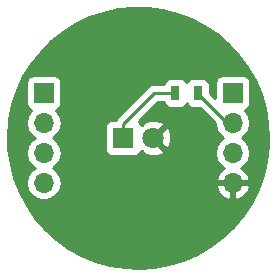
<source format=gbr>
G04 #@! TF.GenerationSoftware,KiCad,Pcbnew,(5.0.0)*
G04 #@! TF.CreationDate,2019-05-30T11:45:59+02:00*
G04 #@! TF.ProjectId,LED,4C45442E6B696361645F706362000000,rev?*
G04 #@! TF.SameCoordinates,Original*
G04 #@! TF.FileFunction,Copper,L1,Top,Signal*
G04 #@! TF.FilePolarity,Positive*
%FSLAX46Y46*%
G04 Gerber Fmt 4.6, Leading zero omitted, Abs format (unit mm)*
G04 Created by KiCad (PCBNEW (5.0.0)) date 05/30/19 11:45:59*
%MOMM*%
%LPD*%
G01*
G04 APERTURE LIST*
G04 #@! TA.AperFunction,SMDPad,CuDef*
%ADD10R,0.700000X1.300000*%
G04 #@! TD*
G04 #@! TA.AperFunction,ComponentPad*
%ADD11O,1.700000X1.700000*%
G04 #@! TD*
G04 #@! TA.AperFunction,ComponentPad*
%ADD12R,1.700000X1.700000*%
G04 #@! TD*
G04 #@! TA.AperFunction,ComponentPad*
%ADD13R,1.800000X1.800000*%
G04 #@! TD*
G04 #@! TA.AperFunction,ComponentPad*
%ADD14C,1.800000*%
G04 #@! TD*
G04 #@! TA.AperFunction,Conductor*
%ADD15C,0.250000*%
G04 #@! TD*
G04 #@! TA.AperFunction,Conductor*
%ADD16C,0.254000*%
G04 #@! TD*
G04 APERTURE END LIST*
D10*
G04 #@! TO.P,R1,1*
G04 #@! TO.N,Net-(D1-Pad1)*
X153150000Y-91200000D03*
G04 #@! TO.P,R1,2*
G04 #@! TO.N,/G*
X155050000Y-91200000D03*
G04 #@! TD*
D11*
G04 #@! TO.P,J1,4*
G04 #@! TO.N,N/C*
X142000000Y-98810000D03*
G04 #@! TO.P,J1,3*
X142000000Y-96270000D03*
G04 #@! TO.P,J1,2*
X142000000Y-93730000D03*
D12*
G04 #@! TO.P,J1,1*
X142000000Y-91190000D03*
G04 #@! TD*
G04 #@! TO.P,J2,1*
G04 #@! TO.N,N/C*
X158000000Y-91190000D03*
D11*
G04 #@! TO.P,J2,2*
G04 #@! TO.N,/G*
X158000000Y-93730000D03*
G04 #@! TO.P,J2,3*
G04 #@! TO.N,N/C*
X158000000Y-96270000D03*
G04 #@! TO.P,J2,4*
G04 #@! TO.N,+5V*
X158000000Y-98810000D03*
G04 #@! TD*
D13*
G04 #@! TO.P,D1,1*
G04 #@! TO.N,Net-(D1-Pad1)*
X148730000Y-95000000D03*
D14*
G04 #@! TO.P,D1,2*
G04 #@! TO.N,+5V*
X151270000Y-95000000D03*
G04 #@! TD*
D15*
G04 #@! TO.N,+5V*
X150635000Y-95085000D02*
X150635000Y-95000000D01*
X151905000Y-95000000D02*
X151905000Y-94875000D01*
G04 #@! TO.N,*
X157990000Y-91200000D02*
X158000000Y-91190000D01*
G04 #@! TO.N,Net-(D1-Pad1)*
X148730000Y-93850000D02*
X148730000Y-95000000D01*
X151380000Y-91200000D02*
X148730000Y-93850000D01*
X153150000Y-91200000D02*
X151380000Y-91200000D01*
G04 #@! TO.N,+5V*
X155080000Y-98810000D02*
X158000000Y-98810000D01*
X151270000Y-95000000D02*
X155080000Y-98810000D01*
G04 #@! TO.N,/G*
X155050000Y-91250000D02*
X155050000Y-91200000D01*
X158000000Y-93730000D02*
X157530000Y-93730000D01*
X157530000Y-93730000D02*
X155050000Y-91250000D01*
G04 #@! TD*
D16*
G04 #@! TO.N,+5V*
G36*
X150806719Y-84014581D02*
X152064005Y-84180106D01*
X153293934Y-84489043D01*
X154480204Y-84937297D01*
X155607091Y-85518927D01*
X156659659Y-86226223D01*
X157623957Y-87049811D01*
X158487203Y-87978775D01*
X159237956Y-89000801D01*
X159866265Y-90102344D01*
X160363802Y-91268802D01*
X160723972Y-92484715D01*
X160942001Y-93733967D01*
X161015000Y-95000000D01*
X160993264Y-95691638D01*
X160840915Y-96950588D01*
X160544874Y-98183685D01*
X160109067Y-99374584D01*
X159539270Y-100507500D01*
X158843034Y-101567417D01*
X158029589Y-102540286D01*
X157109716Y-103413213D01*
X156095608Y-104174627D01*
X155000705Y-104814437D01*
X153839521Y-105324161D01*
X152627446Y-105697044D01*
X151380546Y-105928143D01*
X150115347Y-106014396D01*
X148848619Y-105954659D01*
X147597152Y-105749723D01*
X146377534Y-105402306D01*
X145205929Y-104917011D01*
X144097868Y-104300272D01*
X143068036Y-103560263D01*
X142130083Y-102706792D01*
X141296443Y-101751171D01*
X140578163Y-100706068D01*
X139984764Y-99585333D01*
X139524112Y-98403822D01*
X139202313Y-97177196D01*
X139023631Y-95921711D01*
X138990435Y-94654010D01*
X139072900Y-93730000D01*
X140485908Y-93730000D01*
X140601161Y-94309418D01*
X140929375Y-94800625D01*
X141227761Y-95000000D01*
X140929375Y-95199375D01*
X140601161Y-95690582D01*
X140485908Y-96270000D01*
X140601161Y-96849418D01*
X140929375Y-97340625D01*
X141227761Y-97540000D01*
X140929375Y-97739375D01*
X140601161Y-98230582D01*
X140485908Y-98810000D01*
X140601161Y-99389418D01*
X140929375Y-99880625D01*
X141420582Y-100208839D01*
X141853744Y-100295000D01*
X142146256Y-100295000D01*
X142579418Y-100208839D01*
X143070625Y-99880625D01*
X143398839Y-99389418D01*
X143443102Y-99166890D01*
X156558524Y-99166890D01*
X156728355Y-99576924D01*
X157118642Y-100005183D01*
X157643108Y-100251486D01*
X157873000Y-100130819D01*
X157873000Y-98937000D01*
X158127000Y-98937000D01*
X158127000Y-100130819D01*
X158356892Y-100251486D01*
X158881358Y-100005183D01*
X159271645Y-99576924D01*
X159441476Y-99166890D01*
X159320155Y-98937000D01*
X158127000Y-98937000D01*
X157873000Y-98937000D01*
X156679845Y-98937000D01*
X156558524Y-99166890D01*
X143443102Y-99166890D01*
X143514092Y-98810000D01*
X143398839Y-98230582D01*
X143070625Y-97739375D01*
X142772239Y-97540000D01*
X143070625Y-97340625D01*
X143398839Y-96849418D01*
X143514092Y-96270000D01*
X143398839Y-95690582D01*
X143070625Y-95199375D01*
X142772239Y-95000000D01*
X143070625Y-94800625D01*
X143398839Y-94309418D01*
X143440494Y-94100000D01*
X147182560Y-94100000D01*
X147182560Y-95900000D01*
X147231843Y-96147765D01*
X147372191Y-96357809D01*
X147582235Y-96498157D01*
X147830000Y-96547440D01*
X149630000Y-96547440D01*
X149877765Y-96498157D01*
X150087809Y-96357809D01*
X150220058Y-96159886D01*
X150254890Y-96194718D01*
X150369447Y-96080161D01*
X150455852Y-96336643D01*
X151029336Y-96546458D01*
X151639460Y-96520839D01*
X152084148Y-96336643D01*
X152170554Y-96080159D01*
X151270000Y-95179605D01*
X151255858Y-95193748D01*
X151076253Y-95014143D01*
X151090395Y-95000000D01*
X151449605Y-95000000D01*
X152350159Y-95900554D01*
X152606643Y-95814148D01*
X152816458Y-95240664D01*
X152790839Y-94630540D01*
X152606643Y-94185852D01*
X152350159Y-94099446D01*
X151449605Y-95000000D01*
X151090395Y-95000000D01*
X151076253Y-94985858D01*
X151255858Y-94806253D01*
X151270000Y-94820395D01*
X152170554Y-93919841D01*
X152084148Y-93663357D01*
X151510664Y-93453542D01*
X150900540Y-93479161D01*
X150455852Y-93663357D01*
X150369447Y-93919839D01*
X150254890Y-93805282D01*
X150220058Y-93840114D01*
X150087809Y-93642191D01*
X150042731Y-93612070D01*
X151694802Y-91960000D01*
X152174440Y-91960000D01*
X152201843Y-92097765D01*
X152342191Y-92307809D01*
X152552235Y-92448157D01*
X152800000Y-92497440D01*
X153500000Y-92497440D01*
X153747765Y-92448157D01*
X153957809Y-92307809D01*
X154098157Y-92097765D01*
X154100000Y-92088500D01*
X154101843Y-92097765D01*
X154242191Y-92307809D01*
X154452235Y-92448157D01*
X154700000Y-92497440D01*
X155222639Y-92497440D01*
X156493533Y-93768335D01*
X156601161Y-94309418D01*
X156929375Y-94800625D01*
X157227761Y-95000000D01*
X156929375Y-95199375D01*
X156601161Y-95690582D01*
X156485908Y-96270000D01*
X156601161Y-96849418D01*
X156929375Y-97340625D01*
X157248478Y-97553843D01*
X157118642Y-97614817D01*
X156728355Y-98043076D01*
X156558524Y-98453110D01*
X156679845Y-98683000D01*
X157873000Y-98683000D01*
X157873000Y-98663000D01*
X158127000Y-98663000D01*
X158127000Y-98683000D01*
X159320155Y-98683000D01*
X159441476Y-98453110D01*
X159271645Y-98043076D01*
X158881358Y-97614817D01*
X158751522Y-97553843D01*
X159070625Y-97340625D01*
X159398839Y-96849418D01*
X159514092Y-96270000D01*
X159398839Y-95690582D01*
X159070625Y-95199375D01*
X158772239Y-95000000D01*
X159070625Y-94800625D01*
X159398839Y-94309418D01*
X159514092Y-93730000D01*
X159398839Y-93150582D01*
X159070625Y-92659375D01*
X159052381Y-92647184D01*
X159097765Y-92638157D01*
X159307809Y-92497809D01*
X159448157Y-92287765D01*
X159497440Y-92040000D01*
X159497440Y-90340000D01*
X159448157Y-90092235D01*
X159307809Y-89882191D01*
X159097765Y-89741843D01*
X158850000Y-89692560D01*
X157150000Y-89692560D01*
X156902235Y-89741843D01*
X156692191Y-89882191D01*
X156551843Y-90092235D01*
X156502560Y-90340000D01*
X156502560Y-91627759D01*
X156047440Y-91172639D01*
X156047440Y-90550000D01*
X155998157Y-90302235D01*
X155857809Y-90092191D01*
X155647765Y-89951843D01*
X155400000Y-89902560D01*
X154700000Y-89902560D01*
X154452235Y-89951843D01*
X154242191Y-90092191D01*
X154101843Y-90302235D01*
X154100000Y-90311500D01*
X154098157Y-90302235D01*
X153957809Y-90092191D01*
X153747765Y-89951843D01*
X153500000Y-89902560D01*
X152800000Y-89902560D01*
X152552235Y-89951843D01*
X152342191Y-90092191D01*
X152201843Y-90302235D01*
X152174440Y-90440000D01*
X151454847Y-90440000D01*
X151380000Y-90425112D01*
X151305153Y-90440000D01*
X151305148Y-90440000D01*
X151083463Y-90484096D01*
X150832071Y-90652071D01*
X150789671Y-90715527D01*
X148245530Y-93259669D01*
X148182071Y-93302071D01*
X148081518Y-93452560D01*
X147830000Y-93452560D01*
X147582235Y-93501843D01*
X147372191Y-93642191D01*
X147231843Y-93852235D01*
X147182560Y-94100000D01*
X143440494Y-94100000D01*
X143514092Y-93730000D01*
X143398839Y-93150582D01*
X143070625Y-92659375D01*
X143052381Y-92647184D01*
X143097765Y-92638157D01*
X143307809Y-92497809D01*
X143448157Y-92287765D01*
X143497440Y-92040000D01*
X143497440Y-90340000D01*
X143448157Y-90092235D01*
X143307809Y-89882191D01*
X143097765Y-89741843D01*
X142850000Y-89692560D01*
X141150000Y-89692560D01*
X140902235Y-89741843D01*
X140692191Y-89882191D01*
X140551843Y-90092235D01*
X140502560Y-90340000D01*
X140502560Y-92040000D01*
X140551843Y-92287765D01*
X140692191Y-92497809D01*
X140902235Y-92638157D01*
X140947619Y-92647184D01*
X140929375Y-92659375D01*
X140601161Y-93150582D01*
X140485908Y-93730000D01*
X139072900Y-93730000D01*
X139103165Y-93390895D01*
X139360327Y-92149108D01*
X139758512Y-90945108D01*
X140292442Y-89794853D01*
X140955041Y-88713590D01*
X141737527Y-87715650D01*
X142629526Y-86814260D01*
X143619218Y-86021367D01*
X144693483Y-85347482D01*
X145838084Y-84801536D01*
X147037848Y-84390764D01*
X148276874Y-84120613D01*
X149538740Y-83994662D01*
X150806719Y-84014581D01*
X150806719Y-84014581D01*
G37*
X150806719Y-84014581D02*
X152064005Y-84180106D01*
X153293934Y-84489043D01*
X154480204Y-84937297D01*
X155607091Y-85518927D01*
X156659659Y-86226223D01*
X157623957Y-87049811D01*
X158487203Y-87978775D01*
X159237956Y-89000801D01*
X159866265Y-90102344D01*
X160363802Y-91268802D01*
X160723972Y-92484715D01*
X160942001Y-93733967D01*
X161015000Y-95000000D01*
X160993264Y-95691638D01*
X160840915Y-96950588D01*
X160544874Y-98183685D01*
X160109067Y-99374584D01*
X159539270Y-100507500D01*
X158843034Y-101567417D01*
X158029589Y-102540286D01*
X157109716Y-103413213D01*
X156095608Y-104174627D01*
X155000705Y-104814437D01*
X153839521Y-105324161D01*
X152627446Y-105697044D01*
X151380546Y-105928143D01*
X150115347Y-106014396D01*
X148848619Y-105954659D01*
X147597152Y-105749723D01*
X146377534Y-105402306D01*
X145205929Y-104917011D01*
X144097868Y-104300272D01*
X143068036Y-103560263D01*
X142130083Y-102706792D01*
X141296443Y-101751171D01*
X140578163Y-100706068D01*
X139984764Y-99585333D01*
X139524112Y-98403822D01*
X139202313Y-97177196D01*
X139023631Y-95921711D01*
X138990435Y-94654010D01*
X139072900Y-93730000D01*
X140485908Y-93730000D01*
X140601161Y-94309418D01*
X140929375Y-94800625D01*
X141227761Y-95000000D01*
X140929375Y-95199375D01*
X140601161Y-95690582D01*
X140485908Y-96270000D01*
X140601161Y-96849418D01*
X140929375Y-97340625D01*
X141227761Y-97540000D01*
X140929375Y-97739375D01*
X140601161Y-98230582D01*
X140485908Y-98810000D01*
X140601161Y-99389418D01*
X140929375Y-99880625D01*
X141420582Y-100208839D01*
X141853744Y-100295000D01*
X142146256Y-100295000D01*
X142579418Y-100208839D01*
X143070625Y-99880625D01*
X143398839Y-99389418D01*
X143443102Y-99166890D01*
X156558524Y-99166890D01*
X156728355Y-99576924D01*
X157118642Y-100005183D01*
X157643108Y-100251486D01*
X157873000Y-100130819D01*
X157873000Y-98937000D01*
X158127000Y-98937000D01*
X158127000Y-100130819D01*
X158356892Y-100251486D01*
X158881358Y-100005183D01*
X159271645Y-99576924D01*
X159441476Y-99166890D01*
X159320155Y-98937000D01*
X158127000Y-98937000D01*
X157873000Y-98937000D01*
X156679845Y-98937000D01*
X156558524Y-99166890D01*
X143443102Y-99166890D01*
X143514092Y-98810000D01*
X143398839Y-98230582D01*
X143070625Y-97739375D01*
X142772239Y-97540000D01*
X143070625Y-97340625D01*
X143398839Y-96849418D01*
X143514092Y-96270000D01*
X143398839Y-95690582D01*
X143070625Y-95199375D01*
X142772239Y-95000000D01*
X143070625Y-94800625D01*
X143398839Y-94309418D01*
X143440494Y-94100000D01*
X147182560Y-94100000D01*
X147182560Y-95900000D01*
X147231843Y-96147765D01*
X147372191Y-96357809D01*
X147582235Y-96498157D01*
X147830000Y-96547440D01*
X149630000Y-96547440D01*
X149877765Y-96498157D01*
X150087809Y-96357809D01*
X150220058Y-96159886D01*
X150254890Y-96194718D01*
X150369447Y-96080161D01*
X150455852Y-96336643D01*
X151029336Y-96546458D01*
X151639460Y-96520839D01*
X152084148Y-96336643D01*
X152170554Y-96080159D01*
X151270000Y-95179605D01*
X151255858Y-95193748D01*
X151076253Y-95014143D01*
X151090395Y-95000000D01*
X151449605Y-95000000D01*
X152350159Y-95900554D01*
X152606643Y-95814148D01*
X152816458Y-95240664D01*
X152790839Y-94630540D01*
X152606643Y-94185852D01*
X152350159Y-94099446D01*
X151449605Y-95000000D01*
X151090395Y-95000000D01*
X151076253Y-94985858D01*
X151255858Y-94806253D01*
X151270000Y-94820395D01*
X152170554Y-93919841D01*
X152084148Y-93663357D01*
X151510664Y-93453542D01*
X150900540Y-93479161D01*
X150455852Y-93663357D01*
X150369447Y-93919839D01*
X150254890Y-93805282D01*
X150220058Y-93840114D01*
X150087809Y-93642191D01*
X150042731Y-93612070D01*
X151694802Y-91960000D01*
X152174440Y-91960000D01*
X152201843Y-92097765D01*
X152342191Y-92307809D01*
X152552235Y-92448157D01*
X152800000Y-92497440D01*
X153500000Y-92497440D01*
X153747765Y-92448157D01*
X153957809Y-92307809D01*
X154098157Y-92097765D01*
X154100000Y-92088500D01*
X154101843Y-92097765D01*
X154242191Y-92307809D01*
X154452235Y-92448157D01*
X154700000Y-92497440D01*
X155222639Y-92497440D01*
X156493533Y-93768335D01*
X156601161Y-94309418D01*
X156929375Y-94800625D01*
X157227761Y-95000000D01*
X156929375Y-95199375D01*
X156601161Y-95690582D01*
X156485908Y-96270000D01*
X156601161Y-96849418D01*
X156929375Y-97340625D01*
X157248478Y-97553843D01*
X157118642Y-97614817D01*
X156728355Y-98043076D01*
X156558524Y-98453110D01*
X156679845Y-98683000D01*
X157873000Y-98683000D01*
X157873000Y-98663000D01*
X158127000Y-98663000D01*
X158127000Y-98683000D01*
X159320155Y-98683000D01*
X159441476Y-98453110D01*
X159271645Y-98043076D01*
X158881358Y-97614817D01*
X158751522Y-97553843D01*
X159070625Y-97340625D01*
X159398839Y-96849418D01*
X159514092Y-96270000D01*
X159398839Y-95690582D01*
X159070625Y-95199375D01*
X158772239Y-95000000D01*
X159070625Y-94800625D01*
X159398839Y-94309418D01*
X159514092Y-93730000D01*
X159398839Y-93150582D01*
X159070625Y-92659375D01*
X159052381Y-92647184D01*
X159097765Y-92638157D01*
X159307809Y-92497809D01*
X159448157Y-92287765D01*
X159497440Y-92040000D01*
X159497440Y-90340000D01*
X159448157Y-90092235D01*
X159307809Y-89882191D01*
X159097765Y-89741843D01*
X158850000Y-89692560D01*
X157150000Y-89692560D01*
X156902235Y-89741843D01*
X156692191Y-89882191D01*
X156551843Y-90092235D01*
X156502560Y-90340000D01*
X156502560Y-91627759D01*
X156047440Y-91172639D01*
X156047440Y-90550000D01*
X155998157Y-90302235D01*
X155857809Y-90092191D01*
X155647765Y-89951843D01*
X155400000Y-89902560D01*
X154700000Y-89902560D01*
X154452235Y-89951843D01*
X154242191Y-90092191D01*
X154101843Y-90302235D01*
X154100000Y-90311500D01*
X154098157Y-90302235D01*
X153957809Y-90092191D01*
X153747765Y-89951843D01*
X153500000Y-89902560D01*
X152800000Y-89902560D01*
X152552235Y-89951843D01*
X152342191Y-90092191D01*
X152201843Y-90302235D01*
X152174440Y-90440000D01*
X151454847Y-90440000D01*
X151380000Y-90425112D01*
X151305153Y-90440000D01*
X151305148Y-90440000D01*
X151083463Y-90484096D01*
X150832071Y-90652071D01*
X150789671Y-90715527D01*
X148245530Y-93259669D01*
X148182071Y-93302071D01*
X148081518Y-93452560D01*
X147830000Y-93452560D01*
X147582235Y-93501843D01*
X147372191Y-93642191D01*
X147231843Y-93852235D01*
X147182560Y-94100000D01*
X143440494Y-94100000D01*
X143514092Y-93730000D01*
X143398839Y-93150582D01*
X143070625Y-92659375D01*
X143052381Y-92647184D01*
X143097765Y-92638157D01*
X143307809Y-92497809D01*
X143448157Y-92287765D01*
X143497440Y-92040000D01*
X143497440Y-90340000D01*
X143448157Y-90092235D01*
X143307809Y-89882191D01*
X143097765Y-89741843D01*
X142850000Y-89692560D01*
X141150000Y-89692560D01*
X140902235Y-89741843D01*
X140692191Y-89882191D01*
X140551843Y-90092235D01*
X140502560Y-90340000D01*
X140502560Y-92040000D01*
X140551843Y-92287765D01*
X140692191Y-92497809D01*
X140902235Y-92638157D01*
X140947619Y-92647184D01*
X140929375Y-92659375D01*
X140601161Y-93150582D01*
X140485908Y-93730000D01*
X139072900Y-93730000D01*
X139103165Y-93390895D01*
X139360327Y-92149108D01*
X139758512Y-90945108D01*
X140292442Y-89794853D01*
X140955041Y-88713590D01*
X141737527Y-87715650D01*
X142629526Y-86814260D01*
X143619218Y-86021367D01*
X144693483Y-85347482D01*
X145838084Y-84801536D01*
X147037848Y-84390764D01*
X148276874Y-84120613D01*
X149538740Y-83994662D01*
X150806719Y-84014581D01*
G04 #@! TD*
M02*

</source>
